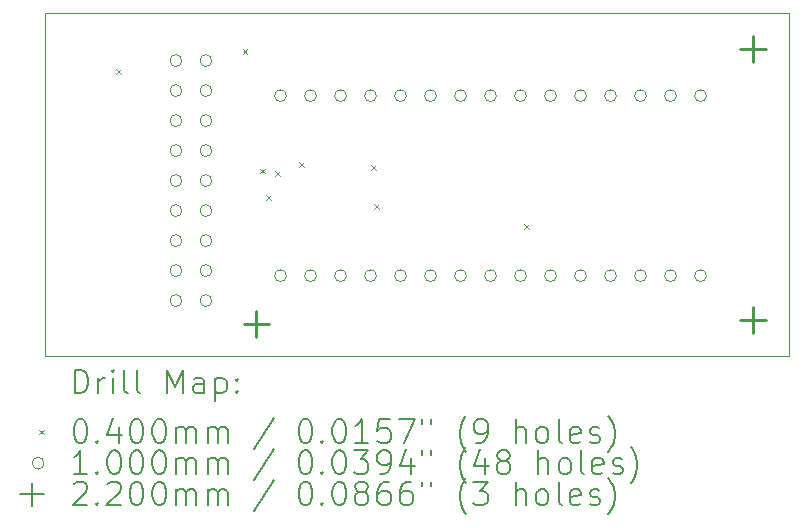
<source format=gbr>
%TF.GenerationSoftware,KiCad,Pcbnew,7.0.9*%
%TF.CreationDate,2024-01-10T14:10:15+01:00*%
%TF.ProjectId,ControlLineApp,436f6e74-726f-46c4-9c69-6e654170702e,1.0.1*%
%TF.SameCoordinates,Original*%
%TF.FileFunction,Drillmap*%
%TF.FilePolarity,Positive*%
%FSLAX45Y45*%
G04 Gerber Fmt 4.5, Leading zero omitted, Abs format (unit mm)*
G04 Created by KiCad (PCBNEW 7.0.9) date 2024-01-10 14:10:15*
%MOMM*%
%LPD*%
G01*
G04 APERTURE LIST*
%ADD10C,0.100000*%
%ADD11C,0.200000*%
%ADD12C,0.220000*%
G04 APERTURE END LIST*
D10*
X10500000Y-8600000D02*
X16800000Y-8600000D01*
X16800000Y-11500000D01*
X10500000Y-11500000D01*
X10500000Y-8600000D01*
D11*
D10*
X11105630Y-9073630D02*
X11145630Y-9113630D01*
X11145630Y-9073630D02*
X11105630Y-9113630D01*
X12176550Y-8899950D02*
X12216550Y-8939950D01*
X12216550Y-8899950D02*
X12176550Y-8939950D01*
X12322095Y-9913705D02*
X12362095Y-9953705D01*
X12362095Y-9913705D02*
X12322095Y-9953705D01*
X12375200Y-10140000D02*
X12415200Y-10180000D01*
X12415200Y-10140000D02*
X12375200Y-10180000D01*
X12449525Y-9938675D02*
X12489525Y-9978675D01*
X12489525Y-9938675D02*
X12449525Y-9978675D01*
X12654600Y-9860600D02*
X12694600Y-9900600D01*
X12694600Y-9860600D02*
X12654600Y-9900600D01*
X13264200Y-9886000D02*
X13304200Y-9926000D01*
X13304200Y-9886000D02*
X13264200Y-9926000D01*
X13289600Y-10216200D02*
X13329600Y-10256200D01*
X13329600Y-10216200D02*
X13289600Y-10256200D01*
X14559600Y-10386500D02*
X14599600Y-10426500D01*
X14599600Y-10386500D02*
X14559600Y-10426500D01*
X11661500Y-9000000D02*
G75*
G03*
X11661500Y-9000000I-50000J0D01*
G01*
X11661500Y-9254000D02*
G75*
G03*
X11661500Y-9254000I-50000J0D01*
G01*
X11661500Y-9508000D02*
G75*
G03*
X11661500Y-9508000I-50000J0D01*
G01*
X11661500Y-9762000D02*
G75*
G03*
X11661500Y-9762000I-50000J0D01*
G01*
X11661500Y-10016000D02*
G75*
G03*
X11661500Y-10016000I-50000J0D01*
G01*
X11661500Y-10270000D02*
G75*
G03*
X11661500Y-10270000I-50000J0D01*
G01*
X11661500Y-10524000D02*
G75*
G03*
X11661500Y-10524000I-50000J0D01*
G01*
X11661500Y-10778000D02*
G75*
G03*
X11661500Y-10778000I-50000J0D01*
G01*
X11661500Y-11032000D02*
G75*
G03*
X11661500Y-11032000I-50000J0D01*
G01*
X11915500Y-9000000D02*
G75*
G03*
X11915500Y-9000000I-50000J0D01*
G01*
X11915500Y-9254000D02*
G75*
G03*
X11915500Y-9254000I-50000J0D01*
G01*
X11915500Y-9508000D02*
G75*
G03*
X11915500Y-9508000I-50000J0D01*
G01*
X11915500Y-9762000D02*
G75*
G03*
X11915500Y-9762000I-50000J0D01*
G01*
X11915500Y-10016000D02*
G75*
G03*
X11915500Y-10016000I-50000J0D01*
G01*
X11915500Y-10270000D02*
G75*
G03*
X11915500Y-10270000I-50000J0D01*
G01*
X11915500Y-10524000D02*
G75*
G03*
X11915500Y-10524000I-50000J0D01*
G01*
X11915500Y-10778000D02*
G75*
G03*
X11915500Y-10778000I-50000J0D01*
G01*
X11915500Y-11032000D02*
G75*
G03*
X11915500Y-11032000I-50000J0D01*
G01*
X12546800Y-9296400D02*
G75*
G03*
X12546800Y-9296400I-50000J0D01*
G01*
X12546800Y-10820400D02*
G75*
G03*
X12546800Y-10820400I-50000J0D01*
G01*
X12800800Y-9296400D02*
G75*
G03*
X12800800Y-9296400I-50000J0D01*
G01*
X12800800Y-10820400D02*
G75*
G03*
X12800800Y-10820400I-50000J0D01*
G01*
X13054800Y-9296400D02*
G75*
G03*
X13054800Y-9296400I-50000J0D01*
G01*
X13054800Y-10820400D02*
G75*
G03*
X13054800Y-10820400I-50000J0D01*
G01*
X13308800Y-9296400D02*
G75*
G03*
X13308800Y-9296400I-50000J0D01*
G01*
X13308800Y-10820400D02*
G75*
G03*
X13308800Y-10820400I-50000J0D01*
G01*
X13562800Y-9296400D02*
G75*
G03*
X13562800Y-9296400I-50000J0D01*
G01*
X13562800Y-10820400D02*
G75*
G03*
X13562800Y-10820400I-50000J0D01*
G01*
X13816800Y-9296400D02*
G75*
G03*
X13816800Y-9296400I-50000J0D01*
G01*
X13816800Y-10820400D02*
G75*
G03*
X13816800Y-10820400I-50000J0D01*
G01*
X14070800Y-9296400D02*
G75*
G03*
X14070800Y-9296400I-50000J0D01*
G01*
X14070800Y-10820400D02*
G75*
G03*
X14070800Y-10820400I-50000J0D01*
G01*
X14324800Y-9296400D02*
G75*
G03*
X14324800Y-9296400I-50000J0D01*
G01*
X14324800Y-10820400D02*
G75*
G03*
X14324800Y-10820400I-50000J0D01*
G01*
X14578800Y-9296400D02*
G75*
G03*
X14578800Y-9296400I-50000J0D01*
G01*
X14578800Y-10820400D02*
G75*
G03*
X14578800Y-10820400I-50000J0D01*
G01*
X14832800Y-9296400D02*
G75*
G03*
X14832800Y-9296400I-50000J0D01*
G01*
X14832800Y-10820400D02*
G75*
G03*
X14832800Y-10820400I-50000J0D01*
G01*
X15086800Y-9296400D02*
G75*
G03*
X15086800Y-9296400I-50000J0D01*
G01*
X15086800Y-10820400D02*
G75*
G03*
X15086800Y-10820400I-50000J0D01*
G01*
X15340800Y-9296400D02*
G75*
G03*
X15340800Y-9296400I-50000J0D01*
G01*
X15340800Y-10820400D02*
G75*
G03*
X15340800Y-10820400I-50000J0D01*
G01*
X15594800Y-9296400D02*
G75*
G03*
X15594800Y-9296400I-50000J0D01*
G01*
X15594800Y-10820400D02*
G75*
G03*
X15594800Y-10820400I-50000J0D01*
G01*
X15848800Y-9296400D02*
G75*
G03*
X15848800Y-9296400I-50000J0D01*
G01*
X15848800Y-10820400D02*
G75*
G03*
X15848800Y-10820400I-50000J0D01*
G01*
X16102800Y-9296400D02*
G75*
G03*
X16102800Y-9296400I-50000J0D01*
G01*
X16102800Y-10820400D02*
G75*
G03*
X16102800Y-10820400I-50000J0D01*
G01*
D12*
X12293600Y-11116800D02*
X12293600Y-11336800D01*
X12183600Y-11226800D02*
X12403600Y-11226800D01*
X16500000Y-8790000D02*
X16500000Y-9010000D01*
X16390000Y-8900000D02*
X16610000Y-8900000D01*
X16500000Y-11090000D02*
X16500000Y-11310000D01*
X16390000Y-11200000D02*
X16610000Y-11200000D01*
D11*
X10755777Y-11816484D02*
X10755777Y-11616484D01*
X10755777Y-11616484D02*
X10803396Y-11616484D01*
X10803396Y-11616484D02*
X10831967Y-11626008D01*
X10831967Y-11626008D02*
X10851015Y-11645055D01*
X10851015Y-11645055D02*
X10860539Y-11664103D01*
X10860539Y-11664103D02*
X10870063Y-11702198D01*
X10870063Y-11702198D02*
X10870063Y-11730769D01*
X10870063Y-11730769D02*
X10860539Y-11768865D01*
X10860539Y-11768865D02*
X10851015Y-11787912D01*
X10851015Y-11787912D02*
X10831967Y-11806960D01*
X10831967Y-11806960D02*
X10803396Y-11816484D01*
X10803396Y-11816484D02*
X10755777Y-11816484D01*
X10955777Y-11816484D02*
X10955777Y-11683150D01*
X10955777Y-11721246D02*
X10965301Y-11702198D01*
X10965301Y-11702198D02*
X10974824Y-11692674D01*
X10974824Y-11692674D02*
X10993872Y-11683150D01*
X10993872Y-11683150D02*
X11012920Y-11683150D01*
X11079586Y-11816484D02*
X11079586Y-11683150D01*
X11079586Y-11616484D02*
X11070063Y-11626008D01*
X11070063Y-11626008D02*
X11079586Y-11635531D01*
X11079586Y-11635531D02*
X11089110Y-11626008D01*
X11089110Y-11626008D02*
X11079586Y-11616484D01*
X11079586Y-11616484D02*
X11079586Y-11635531D01*
X11203396Y-11816484D02*
X11184348Y-11806960D01*
X11184348Y-11806960D02*
X11174824Y-11787912D01*
X11174824Y-11787912D02*
X11174824Y-11616484D01*
X11308158Y-11816484D02*
X11289110Y-11806960D01*
X11289110Y-11806960D02*
X11279586Y-11787912D01*
X11279586Y-11787912D02*
X11279586Y-11616484D01*
X11536729Y-11816484D02*
X11536729Y-11616484D01*
X11536729Y-11616484D02*
X11603396Y-11759341D01*
X11603396Y-11759341D02*
X11670062Y-11616484D01*
X11670062Y-11616484D02*
X11670062Y-11816484D01*
X11851015Y-11816484D02*
X11851015Y-11711722D01*
X11851015Y-11711722D02*
X11841491Y-11692674D01*
X11841491Y-11692674D02*
X11822443Y-11683150D01*
X11822443Y-11683150D02*
X11784348Y-11683150D01*
X11784348Y-11683150D02*
X11765301Y-11692674D01*
X11851015Y-11806960D02*
X11831967Y-11816484D01*
X11831967Y-11816484D02*
X11784348Y-11816484D01*
X11784348Y-11816484D02*
X11765301Y-11806960D01*
X11765301Y-11806960D02*
X11755777Y-11787912D01*
X11755777Y-11787912D02*
X11755777Y-11768865D01*
X11755777Y-11768865D02*
X11765301Y-11749817D01*
X11765301Y-11749817D02*
X11784348Y-11740293D01*
X11784348Y-11740293D02*
X11831967Y-11740293D01*
X11831967Y-11740293D02*
X11851015Y-11730769D01*
X11946253Y-11683150D02*
X11946253Y-11883150D01*
X11946253Y-11692674D02*
X11965301Y-11683150D01*
X11965301Y-11683150D02*
X12003396Y-11683150D01*
X12003396Y-11683150D02*
X12022443Y-11692674D01*
X12022443Y-11692674D02*
X12031967Y-11702198D01*
X12031967Y-11702198D02*
X12041491Y-11721246D01*
X12041491Y-11721246D02*
X12041491Y-11778388D01*
X12041491Y-11778388D02*
X12031967Y-11797436D01*
X12031967Y-11797436D02*
X12022443Y-11806960D01*
X12022443Y-11806960D02*
X12003396Y-11816484D01*
X12003396Y-11816484D02*
X11965301Y-11816484D01*
X11965301Y-11816484D02*
X11946253Y-11806960D01*
X12127205Y-11797436D02*
X12136729Y-11806960D01*
X12136729Y-11806960D02*
X12127205Y-11816484D01*
X12127205Y-11816484D02*
X12117682Y-11806960D01*
X12117682Y-11806960D02*
X12127205Y-11797436D01*
X12127205Y-11797436D02*
X12127205Y-11816484D01*
X12127205Y-11692674D02*
X12136729Y-11702198D01*
X12136729Y-11702198D02*
X12127205Y-11711722D01*
X12127205Y-11711722D02*
X12117682Y-11702198D01*
X12117682Y-11702198D02*
X12127205Y-11692674D01*
X12127205Y-11692674D02*
X12127205Y-11711722D01*
D10*
X10455000Y-12125000D02*
X10495000Y-12165000D01*
X10495000Y-12125000D02*
X10455000Y-12165000D01*
D11*
X10793872Y-12036484D02*
X10812920Y-12036484D01*
X10812920Y-12036484D02*
X10831967Y-12046008D01*
X10831967Y-12046008D02*
X10841491Y-12055531D01*
X10841491Y-12055531D02*
X10851015Y-12074579D01*
X10851015Y-12074579D02*
X10860539Y-12112674D01*
X10860539Y-12112674D02*
X10860539Y-12160293D01*
X10860539Y-12160293D02*
X10851015Y-12198388D01*
X10851015Y-12198388D02*
X10841491Y-12217436D01*
X10841491Y-12217436D02*
X10831967Y-12226960D01*
X10831967Y-12226960D02*
X10812920Y-12236484D01*
X10812920Y-12236484D02*
X10793872Y-12236484D01*
X10793872Y-12236484D02*
X10774824Y-12226960D01*
X10774824Y-12226960D02*
X10765301Y-12217436D01*
X10765301Y-12217436D02*
X10755777Y-12198388D01*
X10755777Y-12198388D02*
X10746253Y-12160293D01*
X10746253Y-12160293D02*
X10746253Y-12112674D01*
X10746253Y-12112674D02*
X10755777Y-12074579D01*
X10755777Y-12074579D02*
X10765301Y-12055531D01*
X10765301Y-12055531D02*
X10774824Y-12046008D01*
X10774824Y-12046008D02*
X10793872Y-12036484D01*
X10946253Y-12217436D02*
X10955777Y-12226960D01*
X10955777Y-12226960D02*
X10946253Y-12236484D01*
X10946253Y-12236484D02*
X10936729Y-12226960D01*
X10936729Y-12226960D02*
X10946253Y-12217436D01*
X10946253Y-12217436D02*
X10946253Y-12236484D01*
X11127205Y-12103150D02*
X11127205Y-12236484D01*
X11079586Y-12026960D02*
X11031967Y-12169817D01*
X11031967Y-12169817D02*
X11155777Y-12169817D01*
X11270062Y-12036484D02*
X11289110Y-12036484D01*
X11289110Y-12036484D02*
X11308158Y-12046008D01*
X11308158Y-12046008D02*
X11317682Y-12055531D01*
X11317682Y-12055531D02*
X11327205Y-12074579D01*
X11327205Y-12074579D02*
X11336729Y-12112674D01*
X11336729Y-12112674D02*
X11336729Y-12160293D01*
X11336729Y-12160293D02*
X11327205Y-12198388D01*
X11327205Y-12198388D02*
X11317682Y-12217436D01*
X11317682Y-12217436D02*
X11308158Y-12226960D01*
X11308158Y-12226960D02*
X11289110Y-12236484D01*
X11289110Y-12236484D02*
X11270062Y-12236484D01*
X11270062Y-12236484D02*
X11251015Y-12226960D01*
X11251015Y-12226960D02*
X11241491Y-12217436D01*
X11241491Y-12217436D02*
X11231967Y-12198388D01*
X11231967Y-12198388D02*
X11222443Y-12160293D01*
X11222443Y-12160293D02*
X11222443Y-12112674D01*
X11222443Y-12112674D02*
X11231967Y-12074579D01*
X11231967Y-12074579D02*
X11241491Y-12055531D01*
X11241491Y-12055531D02*
X11251015Y-12046008D01*
X11251015Y-12046008D02*
X11270062Y-12036484D01*
X11460539Y-12036484D02*
X11479586Y-12036484D01*
X11479586Y-12036484D02*
X11498634Y-12046008D01*
X11498634Y-12046008D02*
X11508158Y-12055531D01*
X11508158Y-12055531D02*
X11517682Y-12074579D01*
X11517682Y-12074579D02*
X11527205Y-12112674D01*
X11527205Y-12112674D02*
X11527205Y-12160293D01*
X11527205Y-12160293D02*
X11517682Y-12198388D01*
X11517682Y-12198388D02*
X11508158Y-12217436D01*
X11508158Y-12217436D02*
X11498634Y-12226960D01*
X11498634Y-12226960D02*
X11479586Y-12236484D01*
X11479586Y-12236484D02*
X11460539Y-12236484D01*
X11460539Y-12236484D02*
X11441491Y-12226960D01*
X11441491Y-12226960D02*
X11431967Y-12217436D01*
X11431967Y-12217436D02*
X11422443Y-12198388D01*
X11422443Y-12198388D02*
X11412920Y-12160293D01*
X11412920Y-12160293D02*
X11412920Y-12112674D01*
X11412920Y-12112674D02*
X11422443Y-12074579D01*
X11422443Y-12074579D02*
X11431967Y-12055531D01*
X11431967Y-12055531D02*
X11441491Y-12046008D01*
X11441491Y-12046008D02*
X11460539Y-12036484D01*
X11612920Y-12236484D02*
X11612920Y-12103150D01*
X11612920Y-12122198D02*
X11622443Y-12112674D01*
X11622443Y-12112674D02*
X11641491Y-12103150D01*
X11641491Y-12103150D02*
X11670063Y-12103150D01*
X11670063Y-12103150D02*
X11689110Y-12112674D01*
X11689110Y-12112674D02*
X11698634Y-12131722D01*
X11698634Y-12131722D02*
X11698634Y-12236484D01*
X11698634Y-12131722D02*
X11708158Y-12112674D01*
X11708158Y-12112674D02*
X11727205Y-12103150D01*
X11727205Y-12103150D02*
X11755777Y-12103150D01*
X11755777Y-12103150D02*
X11774824Y-12112674D01*
X11774824Y-12112674D02*
X11784348Y-12131722D01*
X11784348Y-12131722D02*
X11784348Y-12236484D01*
X11879586Y-12236484D02*
X11879586Y-12103150D01*
X11879586Y-12122198D02*
X11889110Y-12112674D01*
X11889110Y-12112674D02*
X11908158Y-12103150D01*
X11908158Y-12103150D02*
X11936729Y-12103150D01*
X11936729Y-12103150D02*
X11955777Y-12112674D01*
X11955777Y-12112674D02*
X11965301Y-12131722D01*
X11965301Y-12131722D02*
X11965301Y-12236484D01*
X11965301Y-12131722D02*
X11974824Y-12112674D01*
X11974824Y-12112674D02*
X11993872Y-12103150D01*
X11993872Y-12103150D02*
X12022443Y-12103150D01*
X12022443Y-12103150D02*
X12041491Y-12112674D01*
X12041491Y-12112674D02*
X12051015Y-12131722D01*
X12051015Y-12131722D02*
X12051015Y-12236484D01*
X12441491Y-12026960D02*
X12270063Y-12284103D01*
X12698634Y-12036484D02*
X12717682Y-12036484D01*
X12717682Y-12036484D02*
X12736729Y-12046008D01*
X12736729Y-12046008D02*
X12746253Y-12055531D01*
X12746253Y-12055531D02*
X12755777Y-12074579D01*
X12755777Y-12074579D02*
X12765301Y-12112674D01*
X12765301Y-12112674D02*
X12765301Y-12160293D01*
X12765301Y-12160293D02*
X12755777Y-12198388D01*
X12755777Y-12198388D02*
X12746253Y-12217436D01*
X12746253Y-12217436D02*
X12736729Y-12226960D01*
X12736729Y-12226960D02*
X12717682Y-12236484D01*
X12717682Y-12236484D02*
X12698634Y-12236484D01*
X12698634Y-12236484D02*
X12679586Y-12226960D01*
X12679586Y-12226960D02*
X12670063Y-12217436D01*
X12670063Y-12217436D02*
X12660539Y-12198388D01*
X12660539Y-12198388D02*
X12651015Y-12160293D01*
X12651015Y-12160293D02*
X12651015Y-12112674D01*
X12651015Y-12112674D02*
X12660539Y-12074579D01*
X12660539Y-12074579D02*
X12670063Y-12055531D01*
X12670063Y-12055531D02*
X12679586Y-12046008D01*
X12679586Y-12046008D02*
X12698634Y-12036484D01*
X12851015Y-12217436D02*
X12860539Y-12226960D01*
X12860539Y-12226960D02*
X12851015Y-12236484D01*
X12851015Y-12236484D02*
X12841491Y-12226960D01*
X12841491Y-12226960D02*
X12851015Y-12217436D01*
X12851015Y-12217436D02*
X12851015Y-12236484D01*
X12984348Y-12036484D02*
X13003396Y-12036484D01*
X13003396Y-12036484D02*
X13022444Y-12046008D01*
X13022444Y-12046008D02*
X13031967Y-12055531D01*
X13031967Y-12055531D02*
X13041491Y-12074579D01*
X13041491Y-12074579D02*
X13051015Y-12112674D01*
X13051015Y-12112674D02*
X13051015Y-12160293D01*
X13051015Y-12160293D02*
X13041491Y-12198388D01*
X13041491Y-12198388D02*
X13031967Y-12217436D01*
X13031967Y-12217436D02*
X13022444Y-12226960D01*
X13022444Y-12226960D02*
X13003396Y-12236484D01*
X13003396Y-12236484D02*
X12984348Y-12236484D01*
X12984348Y-12236484D02*
X12965301Y-12226960D01*
X12965301Y-12226960D02*
X12955777Y-12217436D01*
X12955777Y-12217436D02*
X12946253Y-12198388D01*
X12946253Y-12198388D02*
X12936729Y-12160293D01*
X12936729Y-12160293D02*
X12936729Y-12112674D01*
X12936729Y-12112674D02*
X12946253Y-12074579D01*
X12946253Y-12074579D02*
X12955777Y-12055531D01*
X12955777Y-12055531D02*
X12965301Y-12046008D01*
X12965301Y-12046008D02*
X12984348Y-12036484D01*
X13241491Y-12236484D02*
X13127206Y-12236484D01*
X13184348Y-12236484D02*
X13184348Y-12036484D01*
X13184348Y-12036484D02*
X13165301Y-12065055D01*
X13165301Y-12065055D02*
X13146253Y-12084103D01*
X13146253Y-12084103D02*
X13127206Y-12093627D01*
X13422444Y-12036484D02*
X13327206Y-12036484D01*
X13327206Y-12036484D02*
X13317682Y-12131722D01*
X13317682Y-12131722D02*
X13327206Y-12122198D01*
X13327206Y-12122198D02*
X13346253Y-12112674D01*
X13346253Y-12112674D02*
X13393872Y-12112674D01*
X13393872Y-12112674D02*
X13412920Y-12122198D01*
X13412920Y-12122198D02*
X13422444Y-12131722D01*
X13422444Y-12131722D02*
X13431967Y-12150769D01*
X13431967Y-12150769D02*
X13431967Y-12198388D01*
X13431967Y-12198388D02*
X13422444Y-12217436D01*
X13422444Y-12217436D02*
X13412920Y-12226960D01*
X13412920Y-12226960D02*
X13393872Y-12236484D01*
X13393872Y-12236484D02*
X13346253Y-12236484D01*
X13346253Y-12236484D02*
X13327206Y-12226960D01*
X13327206Y-12226960D02*
X13317682Y-12217436D01*
X13498634Y-12036484D02*
X13631967Y-12036484D01*
X13631967Y-12036484D02*
X13546253Y-12236484D01*
X13698634Y-12036484D02*
X13698634Y-12074579D01*
X13774825Y-12036484D02*
X13774825Y-12074579D01*
X14070063Y-12312674D02*
X14060539Y-12303150D01*
X14060539Y-12303150D02*
X14041491Y-12274579D01*
X14041491Y-12274579D02*
X14031968Y-12255531D01*
X14031968Y-12255531D02*
X14022444Y-12226960D01*
X14022444Y-12226960D02*
X14012920Y-12179341D01*
X14012920Y-12179341D02*
X14012920Y-12141246D01*
X14012920Y-12141246D02*
X14022444Y-12093627D01*
X14022444Y-12093627D02*
X14031968Y-12065055D01*
X14031968Y-12065055D02*
X14041491Y-12046008D01*
X14041491Y-12046008D02*
X14060539Y-12017436D01*
X14060539Y-12017436D02*
X14070063Y-12007912D01*
X14155777Y-12236484D02*
X14193872Y-12236484D01*
X14193872Y-12236484D02*
X14212920Y-12226960D01*
X14212920Y-12226960D02*
X14222444Y-12217436D01*
X14222444Y-12217436D02*
X14241491Y-12188865D01*
X14241491Y-12188865D02*
X14251015Y-12150769D01*
X14251015Y-12150769D02*
X14251015Y-12074579D01*
X14251015Y-12074579D02*
X14241491Y-12055531D01*
X14241491Y-12055531D02*
X14231968Y-12046008D01*
X14231968Y-12046008D02*
X14212920Y-12036484D01*
X14212920Y-12036484D02*
X14174825Y-12036484D01*
X14174825Y-12036484D02*
X14155777Y-12046008D01*
X14155777Y-12046008D02*
X14146253Y-12055531D01*
X14146253Y-12055531D02*
X14136729Y-12074579D01*
X14136729Y-12074579D02*
X14136729Y-12122198D01*
X14136729Y-12122198D02*
X14146253Y-12141246D01*
X14146253Y-12141246D02*
X14155777Y-12150769D01*
X14155777Y-12150769D02*
X14174825Y-12160293D01*
X14174825Y-12160293D02*
X14212920Y-12160293D01*
X14212920Y-12160293D02*
X14231968Y-12150769D01*
X14231968Y-12150769D02*
X14241491Y-12141246D01*
X14241491Y-12141246D02*
X14251015Y-12122198D01*
X14489110Y-12236484D02*
X14489110Y-12036484D01*
X14574825Y-12236484D02*
X14574825Y-12131722D01*
X14574825Y-12131722D02*
X14565301Y-12112674D01*
X14565301Y-12112674D02*
X14546253Y-12103150D01*
X14546253Y-12103150D02*
X14517682Y-12103150D01*
X14517682Y-12103150D02*
X14498634Y-12112674D01*
X14498634Y-12112674D02*
X14489110Y-12122198D01*
X14698634Y-12236484D02*
X14679587Y-12226960D01*
X14679587Y-12226960D02*
X14670063Y-12217436D01*
X14670063Y-12217436D02*
X14660539Y-12198388D01*
X14660539Y-12198388D02*
X14660539Y-12141246D01*
X14660539Y-12141246D02*
X14670063Y-12122198D01*
X14670063Y-12122198D02*
X14679587Y-12112674D01*
X14679587Y-12112674D02*
X14698634Y-12103150D01*
X14698634Y-12103150D02*
X14727206Y-12103150D01*
X14727206Y-12103150D02*
X14746253Y-12112674D01*
X14746253Y-12112674D02*
X14755777Y-12122198D01*
X14755777Y-12122198D02*
X14765301Y-12141246D01*
X14765301Y-12141246D02*
X14765301Y-12198388D01*
X14765301Y-12198388D02*
X14755777Y-12217436D01*
X14755777Y-12217436D02*
X14746253Y-12226960D01*
X14746253Y-12226960D02*
X14727206Y-12236484D01*
X14727206Y-12236484D02*
X14698634Y-12236484D01*
X14879587Y-12236484D02*
X14860539Y-12226960D01*
X14860539Y-12226960D02*
X14851015Y-12207912D01*
X14851015Y-12207912D02*
X14851015Y-12036484D01*
X15031968Y-12226960D02*
X15012920Y-12236484D01*
X15012920Y-12236484D02*
X14974825Y-12236484D01*
X14974825Y-12236484D02*
X14955777Y-12226960D01*
X14955777Y-12226960D02*
X14946253Y-12207912D01*
X14946253Y-12207912D02*
X14946253Y-12131722D01*
X14946253Y-12131722D02*
X14955777Y-12112674D01*
X14955777Y-12112674D02*
X14974825Y-12103150D01*
X14974825Y-12103150D02*
X15012920Y-12103150D01*
X15012920Y-12103150D02*
X15031968Y-12112674D01*
X15031968Y-12112674D02*
X15041491Y-12131722D01*
X15041491Y-12131722D02*
X15041491Y-12150769D01*
X15041491Y-12150769D02*
X14946253Y-12169817D01*
X15117682Y-12226960D02*
X15136730Y-12236484D01*
X15136730Y-12236484D02*
X15174825Y-12236484D01*
X15174825Y-12236484D02*
X15193872Y-12226960D01*
X15193872Y-12226960D02*
X15203396Y-12207912D01*
X15203396Y-12207912D02*
X15203396Y-12198388D01*
X15203396Y-12198388D02*
X15193872Y-12179341D01*
X15193872Y-12179341D02*
X15174825Y-12169817D01*
X15174825Y-12169817D02*
X15146253Y-12169817D01*
X15146253Y-12169817D02*
X15127206Y-12160293D01*
X15127206Y-12160293D02*
X15117682Y-12141246D01*
X15117682Y-12141246D02*
X15117682Y-12131722D01*
X15117682Y-12131722D02*
X15127206Y-12112674D01*
X15127206Y-12112674D02*
X15146253Y-12103150D01*
X15146253Y-12103150D02*
X15174825Y-12103150D01*
X15174825Y-12103150D02*
X15193872Y-12112674D01*
X15270063Y-12312674D02*
X15279587Y-12303150D01*
X15279587Y-12303150D02*
X15298634Y-12274579D01*
X15298634Y-12274579D02*
X15308158Y-12255531D01*
X15308158Y-12255531D02*
X15317682Y-12226960D01*
X15317682Y-12226960D02*
X15327206Y-12179341D01*
X15327206Y-12179341D02*
X15327206Y-12141246D01*
X15327206Y-12141246D02*
X15317682Y-12093627D01*
X15317682Y-12093627D02*
X15308158Y-12065055D01*
X15308158Y-12065055D02*
X15298634Y-12046008D01*
X15298634Y-12046008D02*
X15279587Y-12017436D01*
X15279587Y-12017436D02*
X15270063Y-12007912D01*
D10*
X10495000Y-12409000D02*
G75*
G03*
X10495000Y-12409000I-50000J0D01*
G01*
D11*
X10860539Y-12500484D02*
X10746253Y-12500484D01*
X10803396Y-12500484D02*
X10803396Y-12300484D01*
X10803396Y-12300484D02*
X10784348Y-12329055D01*
X10784348Y-12329055D02*
X10765301Y-12348103D01*
X10765301Y-12348103D02*
X10746253Y-12357627D01*
X10946253Y-12481436D02*
X10955777Y-12490960D01*
X10955777Y-12490960D02*
X10946253Y-12500484D01*
X10946253Y-12500484D02*
X10936729Y-12490960D01*
X10936729Y-12490960D02*
X10946253Y-12481436D01*
X10946253Y-12481436D02*
X10946253Y-12500484D01*
X11079586Y-12300484D02*
X11098634Y-12300484D01*
X11098634Y-12300484D02*
X11117682Y-12310008D01*
X11117682Y-12310008D02*
X11127205Y-12319531D01*
X11127205Y-12319531D02*
X11136729Y-12338579D01*
X11136729Y-12338579D02*
X11146253Y-12376674D01*
X11146253Y-12376674D02*
X11146253Y-12424293D01*
X11146253Y-12424293D02*
X11136729Y-12462388D01*
X11136729Y-12462388D02*
X11127205Y-12481436D01*
X11127205Y-12481436D02*
X11117682Y-12490960D01*
X11117682Y-12490960D02*
X11098634Y-12500484D01*
X11098634Y-12500484D02*
X11079586Y-12500484D01*
X11079586Y-12500484D02*
X11060539Y-12490960D01*
X11060539Y-12490960D02*
X11051015Y-12481436D01*
X11051015Y-12481436D02*
X11041491Y-12462388D01*
X11041491Y-12462388D02*
X11031967Y-12424293D01*
X11031967Y-12424293D02*
X11031967Y-12376674D01*
X11031967Y-12376674D02*
X11041491Y-12338579D01*
X11041491Y-12338579D02*
X11051015Y-12319531D01*
X11051015Y-12319531D02*
X11060539Y-12310008D01*
X11060539Y-12310008D02*
X11079586Y-12300484D01*
X11270062Y-12300484D02*
X11289110Y-12300484D01*
X11289110Y-12300484D02*
X11308158Y-12310008D01*
X11308158Y-12310008D02*
X11317682Y-12319531D01*
X11317682Y-12319531D02*
X11327205Y-12338579D01*
X11327205Y-12338579D02*
X11336729Y-12376674D01*
X11336729Y-12376674D02*
X11336729Y-12424293D01*
X11336729Y-12424293D02*
X11327205Y-12462388D01*
X11327205Y-12462388D02*
X11317682Y-12481436D01*
X11317682Y-12481436D02*
X11308158Y-12490960D01*
X11308158Y-12490960D02*
X11289110Y-12500484D01*
X11289110Y-12500484D02*
X11270062Y-12500484D01*
X11270062Y-12500484D02*
X11251015Y-12490960D01*
X11251015Y-12490960D02*
X11241491Y-12481436D01*
X11241491Y-12481436D02*
X11231967Y-12462388D01*
X11231967Y-12462388D02*
X11222443Y-12424293D01*
X11222443Y-12424293D02*
X11222443Y-12376674D01*
X11222443Y-12376674D02*
X11231967Y-12338579D01*
X11231967Y-12338579D02*
X11241491Y-12319531D01*
X11241491Y-12319531D02*
X11251015Y-12310008D01*
X11251015Y-12310008D02*
X11270062Y-12300484D01*
X11460539Y-12300484D02*
X11479586Y-12300484D01*
X11479586Y-12300484D02*
X11498634Y-12310008D01*
X11498634Y-12310008D02*
X11508158Y-12319531D01*
X11508158Y-12319531D02*
X11517682Y-12338579D01*
X11517682Y-12338579D02*
X11527205Y-12376674D01*
X11527205Y-12376674D02*
X11527205Y-12424293D01*
X11527205Y-12424293D02*
X11517682Y-12462388D01*
X11517682Y-12462388D02*
X11508158Y-12481436D01*
X11508158Y-12481436D02*
X11498634Y-12490960D01*
X11498634Y-12490960D02*
X11479586Y-12500484D01*
X11479586Y-12500484D02*
X11460539Y-12500484D01*
X11460539Y-12500484D02*
X11441491Y-12490960D01*
X11441491Y-12490960D02*
X11431967Y-12481436D01*
X11431967Y-12481436D02*
X11422443Y-12462388D01*
X11422443Y-12462388D02*
X11412920Y-12424293D01*
X11412920Y-12424293D02*
X11412920Y-12376674D01*
X11412920Y-12376674D02*
X11422443Y-12338579D01*
X11422443Y-12338579D02*
X11431967Y-12319531D01*
X11431967Y-12319531D02*
X11441491Y-12310008D01*
X11441491Y-12310008D02*
X11460539Y-12300484D01*
X11612920Y-12500484D02*
X11612920Y-12367150D01*
X11612920Y-12386198D02*
X11622443Y-12376674D01*
X11622443Y-12376674D02*
X11641491Y-12367150D01*
X11641491Y-12367150D02*
X11670063Y-12367150D01*
X11670063Y-12367150D02*
X11689110Y-12376674D01*
X11689110Y-12376674D02*
X11698634Y-12395722D01*
X11698634Y-12395722D02*
X11698634Y-12500484D01*
X11698634Y-12395722D02*
X11708158Y-12376674D01*
X11708158Y-12376674D02*
X11727205Y-12367150D01*
X11727205Y-12367150D02*
X11755777Y-12367150D01*
X11755777Y-12367150D02*
X11774824Y-12376674D01*
X11774824Y-12376674D02*
X11784348Y-12395722D01*
X11784348Y-12395722D02*
X11784348Y-12500484D01*
X11879586Y-12500484D02*
X11879586Y-12367150D01*
X11879586Y-12386198D02*
X11889110Y-12376674D01*
X11889110Y-12376674D02*
X11908158Y-12367150D01*
X11908158Y-12367150D02*
X11936729Y-12367150D01*
X11936729Y-12367150D02*
X11955777Y-12376674D01*
X11955777Y-12376674D02*
X11965301Y-12395722D01*
X11965301Y-12395722D02*
X11965301Y-12500484D01*
X11965301Y-12395722D02*
X11974824Y-12376674D01*
X11974824Y-12376674D02*
X11993872Y-12367150D01*
X11993872Y-12367150D02*
X12022443Y-12367150D01*
X12022443Y-12367150D02*
X12041491Y-12376674D01*
X12041491Y-12376674D02*
X12051015Y-12395722D01*
X12051015Y-12395722D02*
X12051015Y-12500484D01*
X12441491Y-12290960D02*
X12270063Y-12548103D01*
X12698634Y-12300484D02*
X12717682Y-12300484D01*
X12717682Y-12300484D02*
X12736729Y-12310008D01*
X12736729Y-12310008D02*
X12746253Y-12319531D01*
X12746253Y-12319531D02*
X12755777Y-12338579D01*
X12755777Y-12338579D02*
X12765301Y-12376674D01*
X12765301Y-12376674D02*
X12765301Y-12424293D01*
X12765301Y-12424293D02*
X12755777Y-12462388D01*
X12755777Y-12462388D02*
X12746253Y-12481436D01*
X12746253Y-12481436D02*
X12736729Y-12490960D01*
X12736729Y-12490960D02*
X12717682Y-12500484D01*
X12717682Y-12500484D02*
X12698634Y-12500484D01*
X12698634Y-12500484D02*
X12679586Y-12490960D01*
X12679586Y-12490960D02*
X12670063Y-12481436D01*
X12670063Y-12481436D02*
X12660539Y-12462388D01*
X12660539Y-12462388D02*
X12651015Y-12424293D01*
X12651015Y-12424293D02*
X12651015Y-12376674D01*
X12651015Y-12376674D02*
X12660539Y-12338579D01*
X12660539Y-12338579D02*
X12670063Y-12319531D01*
X12670063Y-12319531D02*
X12679586Y-12310008D01*
X12679586Y-12310008D02*
X12698634Y-12300484D01*
X12851015Y-12481436D02*
X12860539Y-12490960D01*
X12860539Y-12490960D02*
X12851015Y-12500484D01*
X12851015Y-12500484D02*
X12841491Y-12490960D01*
X12841491Y-12490960D02*
X12851015Y-12481436D01*
X12851015Y-12481436D02*
X12851015Y-12500484D01*
X12984348Y-12300484D02*
X13003396Y-12300484D01*
X13003396Y-12300484D02*
X13022444Y-12310008D01*
X13022444Y-12310008D02*
X13031967Y-12319531D01*
X13031967Y-12319531D02*
X13041491Y-12338579D01*
X13041491Y-12338579D02*
X13051015Y-12376674D01*
X13051015Y-12376674D02*
X13051015Y-12424293D01*
X13051015Y-12424293D02*
X13041491Y-12462388D01*
X13041491Y-12462388D02*
X13031967Y-12481436D01*
X13031967Y-12481436D02*
X13022444Y-12490960D01*
X13022444Y-12490960D02*
X13003396Y-12500484D01*
X13003396Y-12500484D02*
X12984348Y-12500484D01*
X12984348Y-12500484D02*
X12965301Y-12490960D01*
X12965301Y-12490960D02*
X12955777Y-12481436D01*
X12955777Y-12481436D02*
X12946253Y-12462388D01*
X12946253Y-12462388D02*
X12936729Y-12424293D01*
X12936729Y-12424293D02*
X12936729Y-12376674D01*
X12936729Y-12376674D02*
X12946253Y-12338579D01*
X12946253Y-12338579D02*
X12955777Y-12319531D01*
X12955777Y-12319531D02*
X12965301Y-12310008D01*
X12965301Y-12310008D02*
X12984348Y-12300484D01*
X13117682Y-12300484D02*
X13241491Y-12300484D01*
X13241491Y-12300484D02*
X13174825Y-12376674D01*
X13174825Y-12376674D02*
X13203396Y-12376674D01*
X13203396Y-12376674D02*
X13222444Y-12386198D01*
X13222444Y-12386198D02*
X13231967Y-12395722D01*
X13231967Y-12395722D02*
X13241491Y-12414769D01*
X13241491Y-12414769D02*
X13241491Y-12462388D01*
X13241491Y-12462388D02*
X13231967Y-12481436D01*
X13231967Y-12481436D02*
X13222444Y-12490960D01*
X13222444Y-12490960D02*
X13203396Y-12500484D01*
X13203396Y-12500484D02*
X13146253Y-12500484D01*
X13146253Y-12500484D02*
X13127206Y-12490960D01*
X13127206Y-12490960D02*
X13117682Y-12481436D01*
X13336729Y-12500484D02*
X13374825Y-12500484D01*
X13374825Y-12500484D02*
X13393872Y-12490960D01*
X13393872Y-12490960D02*
X13403396Y-12481436D01*
X13403396Y-12481436D02*
X13422444Y-12452865D01*
X13422444Y-12452865D02*
X13431967Y-12414769D01*
X13431967Y-12414769D02*
X13431967Y-12338579D01*
X13431967Y-12338579D02*
X13422444Y-12319531D01*
X13422444Y-12319531D02*
X13412920Y-12310008D01*
X13412920Y-12310008D02*
X13393872Y-12300484D01*
X13393872Y-12300484D02*
X13355777Y-12300484D01*
X13355777Y-12300484D02*
X13336729Y-12310008D01*
X13336729Y-12310008D02*
X13327206Y-12319531D01*
X13327206Y-12319531D02*
X13317682Y-12338579D01*
X13317682Y-12338579D02*
X13317682Y-12386198D01*
X13317682Y-12386198D02*
X13327206Y-12405246D01*
X13327206Y-12405246D02*
X13336729Y-12414769D01*
X13336729Y-12414769D02*
X13355777Y-12424293D01*
X13355777Y-12424293D02*
X13393872Y-12424293D01*
X13393872Y-12424293D02*
X13412920Y-12414769D01*
X13412920Y-12414769D02*
X13422444Y-12405246D01*
X13422444Y-12405246D02*
X13431967Y-12386198D01*
X13603396Y-12367150D02*
X13603396Y-12500484D01*
X13555777Y-12290960D02*
X13508158Y-12433817D01*
X13508158Y-12433817D02*
X13631967Y-12433817D01*
X13698634Y-12300484D02*
X13698634Y-12338579D01*
X13774825Y-12300484D02*
X13774825Y-12338579D01*
X14070063Y-12576674D02*
X14060539Y-12567150D01*
X14060539Y-12567150D02*
X14041491Y-12538579D01*
X14041491Y-12538579D02*
X14031968Y-12519531D01*
X14031968Y-12519531D02*
X14022444Y-12490960D01*
X14022444Y-12490960D02*
X14012920Y-12443341D01*
X14012920Y-12443341D02*
X14012920Y-12405246D01*
X14012920Y-12405246D02*
X14022444Y-12357627D01*
X14022444Y-12357627D02*
X14031968Y-12329055D01*
X14031968Y-12329055D02*
X14041491Y-12310008D01*
X14041491Y-12310008D02*
X14060539Y-12281436D01*
X14060539Y-12281436D02*
X14070063Y-12271912D01*
X14231968Y-12367150D02*
X14231968Y-12500484D01*
X14184348Y-12290960D02*
X14136729Y-12433817D01*
X14136729Y-12433817D02*
X14260539Y-12433817D01*
X14365301Y-12386198D02*
X14346253Y-12376674D01*
X14346253Y-12376674D02*
X14336729Y-12367150D01*
X14336729Y-12367150D02*
X14327206Y-12348103D01*
X14327206Y-12348103D02*
X14327206Y-12338579D01*
X14327206Y-12338579D02*
X14336729Y-12319531D01*
X14336729Y-12319531D02*
X14346253Y-12310008D01*
X14346253Y-12310008D02*
X14365301Y-12300484D01*
X14365301Y-12300484D02*
X14403396Y-12300484D01*
X14403396Y-12300484D02*
X14422444Y-12310008D01*
X14422444Y-12310008D02*
X14431968Y-12319531D01*
X14431968Y-12319531D02*
X14441491Y-12338579D01*
X14441491Y-12338579D02*
X14441491Y-12348103D01*
X14441491Y-12348103D02*
X14431968Y-12367150D01*
X14431968Y-12367150D02*
X14422444Y-12376674D01*
X14422444Y-12376674D02*
X14403396Y-12386198D01*
X14403396Y-12386198D02*
X14365301Y-12386198D01*
X14365301Y-12386198D02*
X14346253Y-12395722D01*
X14346253Y-12395722D02*
X14336729Y-12405246D01*
X14336729Y-12405246D02*
X14327206Y-12424293D01*
X14327206Y-12424293D02*
X14327206Y-12462388D01*
X14327206Y-12462388D02*
X14336729Y-12481436D01*
X14336729Y-12481436D02*
X14346253Y-12490960D01*
X14346253Y-12490960D02*
X14365301Y-12500484D01*
X14365301Y-12500484D02*
X14403396Y-12500484D01*
X14403396Y-12500484D02*
X14422444Y-12490960D01*
X14422444Y-12490960D02*
X14431968Y-12481436D01*
X14431968Y-12481436D02*
X14441491Y-12462388D01*
X14441491Y-12462388D02*
X14441491Y-12424293D01*
X14441491Y-12424293D02*
X14431968Y-12405246D01*
X14431968Y-12405246D02*
X14422444Y-12395722D01*
X14422444Y-12395722D02*
X14403396Y-12386198D01*
X14679587Y-12500484D02*
X14679587Y-12300484D01*
X14765301Y-12500484D02*
X14765301Y-12395722D01*
X14765301Y-12395722D02*
X14755777Y-12376674D01*
X14755777Y-12376674D02*
X14736730Y-12367150D01*
X14736730Y-12367150D02*
X14708158Y-12367150D01*
X14708158Y-12367150D02*
X14689110Y-12376674D01*
X14689110Y-12376674D02*
X14679587Y-12386198D01*
X14889110Y-12500484D02*
X14870063Y-12490960D01*
X14870063Y-12490960D02*
X14860539Y-12481436D01*
X14860539Y-12481436D02*
X14851015Y-12462388D01*
X14851015Y-12462388D02*
X14851015Y-12405246D01*
X14851015Y-12405246D02*
X14860539Y-12386198D01*
X14860539Y-12386198D02*
X14870063Y-12376674D01*
X14870063Y-12376674D02*
X14889110Y-12367150D01*
X14889110Y-12367150D02*
X14917682Y-12367150D01*
X14917682Y-12367150D02*
X14936730Y-12376674D01*
X14936730Y-12376674D02*
X14946253Y-12386198D01*
X14946253Y-12386198D02*
X14955777Y-12405246D01*
X14955777Y-12405246D02*
X14955777Y-12462388D01*
X14955777Y-12462388D02*
X14946253Y-12481436D01*
X14946253Y-12481436D02*
X14936730Y-12490960D01*
X14936730Y-12490960D02*
X14917682Y-12500484D01*
X14917682Y-12500484D02*
X14889110Y-12500484D01*
X15070063Y-12500484D02*
X15051015Y-12490960D01*
X15051015Y-12490960D02*
X15041491Y-12471912D01*
X15041491Y-12471912D02*
X15041491Y-12300484D01*
X15222444Y-12490960D02*
X15203396Y-12500484D01*
X15203396Y-12500484D02*
X15165301Y-12500484D01*
X15165301Y-12500484D02*
X15146253Y-12490960D01*
X15146253Y-12490960D02*
X15136730Y-12471912D01*
X15136730Y-12471912D02*
X15136730Y-12395722D01*
X15136730Y-12395722D02*
X15146253Y-12376674D01*
X15146253Y-12376674D02*
X15165301Y-12367150D01*
X15165301Y-12367150D02*
X15203396Y-12367150D01*
X15203396Y-12367150D02*
X15222444Y-12376674D01*
X15222444Y-12376674D02*
X15231968Y-12395722D01*
X15231968Y-12395722D02*
X15231968Y-12414769D01*
X15231968Y-12414769D02*
X15136730Y-12433817D01*
X15308158Y-12490960D02*
X15327206Y-12500484D01*
X15327206Y-12500484D02*
X15365301Y-12500484D01*
X15365301Y-12500484D02*
X15384349Y-12490960D01*
X15384349Y-12490960D02*
X15393872Y-12471912D01*
X15393872Y-12471912D02*
X15393872Y-12462388D01*
X15393872Y-12462388D02*
X15384349Y-12443341D01*
X15384349Y-12443341D02*
X15365301Y-12433817D01*
X15365301Y-12433817D02*
X15336730Y-12433817D01*
X15336730Y-12433817D02*
X15317682Y-12424293D01*
X15317682Y-12424293D02*
X15308158Y-12405246D01*
X15308158Y-12405246D02*
X15308158Y-12395722D01*
X15308158Y-12395722D02*
X15317682Y-12376674D01*
X15317682Y-12376674D02*
X15336730Y-12367150D01*
X15336730Y-12367150D02*
X15365301Y-12367150D01*
X15365301Y-12367150D02*
X15384349Y-12376674D01*
X15460539Y-12576674D02*
X15470063Y-12567150D01*
X15470063Y-12567150D02*
X15489111Y-12538579D01*
X15489111Y-12538579D02*
X15498634Y-12519531D01*
X15498634Y-12519531D02*
X15508158Y-12490960D01*
X15508158Y-12490960D02*
X15517682Y-12443341D01*
X15517682Y-12443341D02*
X15517682Y-12405246D01*
X15517682Y-12405246D02*
X15508158Y-12357627D01*
X15508158Y-12357627D02*
X15498634Y-12329055D01*
X15498634Y-12329055D02*
X15489111Y-12310008D01*
X15489111Y-12310008D02*
X15470063Y-12281436D01*
X15470063Y-12281436D02*
X15460539Y-12271912D01*
X10395000Y-12573000D02*
X10395000Y-12773000D01*
X10295000Y-12673000D02*
X10495000Y-12673000D01*
X10746253Y-12583531D02*
X10755777Y-12574008D01*
X10755777Y-12574008D02*
X10774824Y-12564484D01*
X10774824Y-12564484D02*
X10822444Y-12564484D01*
X10822444Y-12564484D02*
X10841491Y-12574008D01*
X10841491Y-12574008D02*
X10851015Y-12583531D01*
X10851015Y-12583531D02*
X10860539Y-12602579D01*
X10860539Y-12602579D02*
X10860539Y-12621627D01*
X10860539Y-12621627D02*
X10851015Y-12650198D01*
X10851015Y-12650198D02*
X10736729Y-12764484D01*
X10736729Y-12764484D02*
X10860539Y-12764484D01*
X10946253Y-12745436D02*
X10955777Y-12754960D01*
X10955777Y-12754960D02*
X10946253Y-12764484D01*
X10946253Y-12764484D02*
X10936729Y-12754960D01*
X10936729Y-12754960D02*
X10946253Y-12745436D01*
X10946253Y-12745436D02*
X10946253Y-12764484D01*
X11031967Y-12583531D02*
X11041491Y-12574008D01*
X11041491Y-12574008D02*
X11060539Y-12564484D01*
X11060539Y-12564484D02*
X11108158Y-12564484D01*
X11108158Y-12564484D02*
X11127205Y-12574008D01*
X11127205Y-12574008D02*
X11136729Y-12583531D01*
X11136729Y-12583531D02*
X11146253Y-12602579D01*
X11146253Y-12602579D02*
X11146253Y-12621627D01*
X11146253Y-12621627D02*
X11136729Y-12650198D01*
X11136729Y-12650198D02*
X11022444Y-12764484D01*
X11022444Y-12764484D02*
X11146253Y-12764484D01*
X11270062Y-12564484D02*
X11289110Y-12564484D01*
X11289110Y-12564484D02*
X11308158Y-12574008D01*
X11308158Y-12574008D02*
X11317682Y-12583531D01*
X11317682Y-12583531D02*
X11327205Y-12602579D01*
X11327205Y-12602579D02*
X11336729Y-12640674D01*
X11336729Y-12640674D02*
X11336729Y-12688293D01*
X11336729Y-12688293D02*
X11327205Y-12726388D01*
X11327205Y-12726388D02*
X11317682Y-12745436D01*
X11317682Y-12745436D02*
X11308158Y-12754960D01*
X11308158Y-12754960D02*
X11289110Y-12764484D01*
X11289110Y-12764484D02*
X11270062Y-12764484D01*
X11270062Y-12764484D02*
X11251015Y-12754960D01*
X11251015Y-12754960D02*
X11241491Y-12745436D01*
X11241491Y-12745436D02*
X11231967Y-12726388D01*
X11231967Y-12726388D02*
X11222443Y-12688293D01*
X11222443Y-12688293D02*
X11222443Y-12640674D01*
X11222443Y-12640674D02*
X11231967Y-12602579D01*
X11231967Y-12602579D02*
X11241491Y-12583531D01*
X11241491Y-12583531D02*
X11251015Y-12574008D01*
X11251015Y-12574008D02*
X11270062Y-12564484D01*
X11460539Y-12564484D02*
X11479586Y-12564484D01*
X11479586Y-12564484D02*
X11498634Y-12574008D01*
X11498634Y-12574008D02*
X11508158Y-12583531D01*
X11508158Y-12583531D02*
X11517682Y-12602579D01*
X11517682Y-12602579D02*
X11527205Y-12640674D01*
X11527205Y-12640674D02*
X11527205Y-12688293D01*
X11527205Y-12688293D02*
X11517682Y-12726388D01*
X11517682Y-12726388D02*
X11508158Y-12745436D01*
X11508158Y-12745436D02*
X11498634Y-12754960D01*
X11498634Y-12754960D02*
X11479586Y-12764484D01*
X11479586Y-12764484D02*
X11460539Y-12764484D01*
X11460539Y-12764484D02*
X11441491Y-12754960D01*
X11441491Y-12754960D02*
X11431967Y-12745436D01*
X11431967Y-12745436D02*
X11422443Y-12726388D01*
X11422443Y-12726388D02*
X11412920Y-12688293D01*
X11412920Y-12688293D02*
X11412920Y-12640674D01*
X11412920Y-12640674D02*
X11422443Y-12602579D01*
X11422443Y-12602579D02*
X11431967Y-12583531D01*
X11431967Y-12583531D02*
X11441491Y-12574008D01*
X11441491Y-12574008D02*
X11460539Y-12564484D01*
X11612920Y-12764484D02*
X11612920Y-12631150D01*
X11612920Y-12650198D02*
X11622443Y-12640674D01*
X11622443Y-12640674D02*
X11641491Y-12631150D01*
X11641491Y-12631150D02*
X11670063Y-12631150D01*
X11670063Y-12631150D02*
X11689110Y-12640674D01*
X11689110Y-12640674D02*
X11698634Y-12659722D01*
X11698634Y-12659722D02*
X11698634Y-12764484D01*
X11698634Y-12659722D02*
X11708158Y-12640674D01*
X11708158Y-12640674D02*
X11727205Y-12631150D01*
X11727205Y-12631150D02*
X11755777Y-12631150D01*
X11755777Y-12631150D02*
X11774824Y-12640674D01*
X11774824Y-12640674D02*
X11784348Y-12659722D01*
X11784348Y-12659722D02*
X11784348Y-12764484D01*
X11879586Y-12764484D02*
X11879586Y-12631150D01*
X11879586Y-12650198D02*
X11889110Y-12640674D01*
X11889110Y-12640674D02*
X11908158Y-12631150D01*
X11908158Y-12631150D02*
X11936729Y-12631150D01*
X11936729Y-12631150D02*
X11955777Y-12640674D01*
X11955777Y-12640674D02*
X11965301Y-12659722D01*
X11965301Y-12659722D02*
X11965301Y-12764484D01*
X11965301Y-12659722D02*
X11974824Y-12640674D01*
X11974824Y-12640674D02*
X11993872Y-12631150D01*
X11993872Y-12631150D02*
X12022443Y-12631150D01*
X12022443Y-12631150D02*
X12041491Y-12640674D01*
X12041491Y-12640674D02*
X12051015Y-12659722D01*
X12051015Y-12659722D02*
X12051015Y-12764484D01*
X12441491Y-12554960D02*
X12270063Y-12812103D01*
X12698634Y-12564484D02*
X12717682Y-12564484D01*
X12717682Y-12564484D02*
X12736729Y-12574008D01*
X12736729Y-12574008D02*
X12746253Y-12583531D01*
X12746253Y-12583531D02*
X12755777Y-12602579D01*
X12755777Y-12602579D02*
X12765301Y-12640674D01*
X12765301Y-12640674D02*
X12765301Y-12688293D01*
X12765301Y-12688293D02*
X12755777Y-12726388D01*
X12755777Y-12726388D02*
X12746253Y-12745436D01*
X12746253Y-12745436D02*
X12736729Y-12754960D01*
X12736729Y-12754960D02*
X12717682Y-12764484D01*
X12717682Y-12764484D02*
X12698634Y-12764484D01*
X12698634Y-12764484D02*
X12679586Y-12754960D01*
X12679586Y-12754960D02*
X12670063Y-12745436D01*
X12670063Y-12745436D02*
X12660539Y-12726388D01*
X12660539Y-12726388D02*
X12651015Y-12688293D01*
X12651015Y-12688293D02*
X12651015Y-12640674D01*
X12651015Y-12640674D02*
X12660539Y-12602579D01*
X12660539Y-12602579D02*
X12670063Y-12583531D01*
X12670063Y-12583531D02*
X12679586Y-12574008D01*
X12679586Y-12574008D02*
X12698634Y-12564484D01*
X12851015Y-12745436D02*
X12860539Y-12754960D01*
X12860539Y-12754960D02*
X12851015Y-12764484D01*
X12851015Y-12764484D02*
X12841491Y-12754960D01*
X12841491Y-12754960D02*
X12851015Y-12745436D01*
X12851015Y-12745436D02*
X12851015Y-12764484D01*
X12984348Y-12564484D02*
X13003396Y-12564484D01*
X13003396Y-12564484D02*
X13022444Y-12574008D01*
X13022444Y-12574008D02*
X13031967Y-12583531D01*
X13031967Y-12583531D02*
X13041491Y-12602579D01*
X13041491Y-12602579D02*
X13051015Y-12640674D01*
X13051015Y-12640674D02*
X13051015Y-12688293D01*
X13051015Y-12688293D02*
X13041491Y-12726388D01*
X13041491Y-12726388D02*
X13031967Y-12745436D01*
X13031967Y-12745436D02*
X13022444Y-12754960D01*
X13022444Y-12754960D02*
X13003396Y-12764484D01*
X13003396Y-12764484D02*
X12984348Y-12764484D01*
X12984348Y-12764484D02*
X12965301Y-12754960D01*
X12965301Y-12754960D02*
X12955777Y-12745436D01*
X12955777Y-12745436D02*
X12946253Y-12726388D01*
X12946253Y-12726388D02*
X12936729Y-12688293D01*
X12936729Y-12688293D02*
X12936729Y-12640674D01*
X12936729Y-12640674D02*
X12946253Y-12602579D01*
X12946253Y-12602579D02*
X12955777Y-12583531D01*
X12955777Y-12583531D02*
X12965301Y-12574008D01*
X12965301Y-12574008D02*
X12984348Y-12564484D01*
X13165301Y-12650198D02*
X13146253Y-12640674D01*
X13146253Y-12640674D02*
X13136729Y-12631150D01*
X13136729Y-12631150D02*
X13127206Y-12612103D01*
X13127206Y-12612103D02*
X13127206Y-12602579D01*
X13127206Y-12602579D02*
X13136729Y-12583531D01*
X13136729Y-12583531D02*
X13146253Y-12574008D01*
X13146253Y-12574008D02*
X13165301Y-12564484D01*
X13165301Y-12564484D02*
X13203396Y-12564484D01*
X13203396Y-12564484D02*
X13222444Y-12574008D01*
X13222444Y-12574008D02*
X13231967Y-12583531D01*
X13231967Y-12583531D02*
X13241491Y-12602579D01*
X13241491Y-12602579D02*
X13241491Y-12612103D01*
X13241491Y-12612103D02*
X13231967Y-12631150D01*
X13231967Y-12631150D02*
X13222444Y-12640674D01*
X13222444Y-12640674D02*
X13203396Y-12650198D01*
X13203396Y-12650198D02*
X13165301Y-12650198D01*
X13165301Y-12650198D02*
X13146253Y-12659722D01*
X13146253Y-12659722D02*
X13136729Y-12669246D01*
X13136729Y-12669246D02*
X13127206Y-12688293D01*
X13127206Y-12688293D02*
X13127206Y-12726388D01*
X13127206Y-12726388D02*
X13136729Y-12745436D01*
X13136729Y-12745436D02*
X13146253Y-12754960D01*
X13146253Y-12754960D02*
X13165301Y-12764484D01*
X13165301Y-12764484D02*
X13203396Y-12764484D01*
X13203396Y-12764484D02*
X13222444Y-12754960D01*
X13222444Y-12754960D02*
X13231967Y-12745436D01*
X13231967Y-12745436D02*
X13241491Y-12726388D01*
X13241491Y-12726388D02*
X13241491Y-12688293D01*
X13241491Y-12688293D02*
X13231967Y-12669246D01*
X13231967Y-12669246D02*
X13222444Y-12659722D01*
X13222444Y-12659722D02*
X13203396Y-12650198D01*
X13412920Y-12564484D02*
X13374825Y-12564484D01*
X13374825Y-12564484D02*
X13355777Y-12574008D01*
X13355777Y-12574008D02*
X13346253Y-12583531D01*
X13346253Y-12583531D02*
X13327206Y-12612103D01*
X13327206Y-12612103D02*
X13317682Y-12650198D01*
X13317682Y-12650198D02*
X13317682Y-12726388D01*
X13317682Y-12726388D02*
X13327206Y-12745436D01*
X13327206Y-12745436D02*
X13336729Y-12754960D01*
X13336729Y-12754960D02*
X13355777Y-12764484D01*
X13355777Y-12764484D02*
X13393872Y-12764484D01*
X13393872Y-12764484D02*
X13412920Y-12754960D01*
X13412920Y-12754960D02*
X13422444Y-12745436D01*
X13422444Y-12745436D02*
X13431967Y-12726388D01*
X13431967Y-12726388D02*
X13431967Y-12678769D01*
X13431967Y-12678769D02*
X13422444Y-12659722D01*
X13422444Y-12659722D02*
X13412920Y-12650198D01*
X13412920Y-12650198D02*
X13393872Y-12640674D01*
X13393872Y-12640674D02*
X13355777Y-12640674D01*
X13355777Y-12640674D02*
X13336729Y-12650198D01*
X13336729Y-12650198D02*
X13327206Y-12659722D01*
X13327206Y-12659722D02*
X13317682Y-12678769D01*
X13603396Y-12564484D02*
X13565301Y-12564484D01*
X13565301Y-12564484D02*
X13546253Y-12574008D01*
X13546253Y-12574008D02*
X13536729Y-12583531D01*
X13536729Y-12583531D02*
X13517682Y-12612103D01*
X13517682Y-12612103D02*
X13508158Y-12650198D01*
X13508158Y-12650198D02*
X13508158Y-12726388D01*
X13508158Y-12726388D02*
X13517682Y-12745436D01*
X13517682Y-12745436D02*
X13527206Y-12754960D01*
X13527206Y-12754960D02*
X13546253Y-12764484D01*
X13546253Y-12764484D02*
X13584348Y-12764484D01*
X13584348Y-12764484D02*
X13603396Y-12754960D01*
X13603396Y-12754960D02*
X13612920Y-12745436D01*
X13612920Y-12745436D02*
X13622444Y-12726388D01*
X13622444Y-12726388D02*
X13622444Y-12678769D01*
X13622444Y-12678769D02*
X13612920Y-12659722D01*
X13612920Y-12659722D02*
X13603396Y-12650198D01*
X13603396Y-12650198D02*
X13584348Y-12640674D01*
X13584348Y-12640674D02*
X13546253Y-12640674D01*
X13546253Y-12640674D02*
X13527206Y-12650198D01*
X13527206Y-12650198D02*
X13517682Y-12659722D01*
X13517682Y-12659722D02*
X13508158Y-12678769D01*
X13698634Y-12564484D02*
X13698634Y-12602579D01*
X13774825Y-12564484D02*
X13774825Y-12602579D01*
X14070063Y-12840674D02*
X14060539Y-12831150D01*
X14060539Y-12831150D02*
X14041491Y-12802579D01*
X14041491Y-12802579D02*
X14031968Y-12783531D01*
X14031968Y-12783531D02*
X14022444Y-12754960D01*
X14022444Y-12754960D02*
X14012920Y-12707341D01*
X14012920Y-12707341D02*
X14012920Y-12669246D01*
X14012920Y-12669246D02*
X14022444Y-12621627D01*
X14022444Y-12621627D02*
X14031968Y-12593055D01*
X14031968Y-12593055D02*
X14041491Y-12574008D01*
X14041491Y-12574008D02*
X14060539Y-12545436D01*
X14060539Y-12545436D02*
X14070063Y-12535912D01*
X14127206Y-12564484D02*
X14251015Y-12564484D01*
X14251015Y-12564484D02*
X14184348Y-12640674D01*
X14184348Y-12640674D02*
X14212920Y-12640674D01*
X14212920Y-12640674D02*
X14231968Y-12650198D01*
X14231968Y-12650198D02*
X14241491Y-12659722D01*
X14241491Y-12659722D02*
X14251015Y-12678769D01*
X14251015Y-12678769D02*
X14251015Y-12726388D01*
X14251015Y-12726388D02*
X14241491Y-12745436D01*
X14241491Y-12745436D02*
X14231968Y-12754960D01*
X14231968Y-12754960D02*
X14212920Y-12764484D01*
X14212920Y-12764484D02*
X14155777Y-12764484D01*
X14155777Y-12764484D02*
X14136729Y-12754960D01*
X14136729Y-12754960D02*
X14127206Y-12745436D01*
X14489110Y-12764484D02*
X14489110Y-12564484D01*
X14574825Y-12764484D02*
X14574825Y-12659722D01*
X14574825Y-12659722D02*
X14565301Y-12640674D01*
X14565301Y-12640674D02*
X14546253Y-12631150D01*
X14546253Y-12631150D02*
X14517682Y-12631150D01*
X14517682Y-12631150D02*
X14498634Y-12640674D01*
X14498634Y-12640674D02*
X14489110Y-12650198D01*
X14698634Y-12764484D02*
X14679587Y-12754960D01*
X14679587Y-12754960D02*
X14670063Y-12745436D01*
X14670063Y-12745436D02*
X14660539Y-12726388D01*
X14660539Y-12726388D02*
X14660539Y-12669246D01*
X14660539Y-12669246D02*
X14670063Y-12650198D01*
X14670063Y-12650198D02*
X14679587Y-12640674D01*
X14679587Y-12640674D02*
X14698634Y-12631150D01*
X14698634Y-12631150D02*
X14727206Y-12631150D01*
X14727206Y-12631150D02*
X14746253Y-12640674D01*
X14746253Y-12640674D02*
X14755777Y-12650198D01*
X14755777Y-12650198D02*
X14765301Y-12669246D01*
X14765301Y-12669246D02*
X14765301Y-12726388D01*
X14765301Y-12726388D02*
X14755777Y-12745436D01*
X14755777Y-12745436D02*
X14746253Y-12754960D01*
X14746253Y-12754960D02*
X14727206Y-12764484D01*
X14727206Y-12764484D02*
X14698634Y-12764484D01*
X14879587Y-12764484D02*
X14860539Y-12754960D01*
X14860539Y-12754960D02*
X14851015Y-12735912D01*
X14851015Y-12735912D02*
X14851015Y-12564484D01*
X15031968Y-12754960D02*
X15012920Y-12764484D01*
X15012920Y-12764484D02*
X14974825Y-12764484D01*
X14974825Y-12764484D02*
X14955777Y-12754960D01*
X14955777Y-12754960D02*
X14946253Y-12735912D01*
X14946253Y-12735912D02*
X14946253Y-12659722D01*
X14946253Y-12659722D02*
X14955777Y-12640674D01*
X14955777Y-12640674D02*
X14974825Y-12631150D01*
X14974825Y-12631150D02*
X15012920Y-12631150D01*
X15012920Y-12631150D02*
X15031968Y-12640674D01*
X15031968Y-12640674D02*
X15041491Y-12659722D01*
X15041491Y-12659722D02*
X15041491Y-12678769D01*
X15041491Y-12678769D02*
X14946253Y-12697817D01*
X15117682Y-12754960D02*
X15136730Y-12764484D01*
X15136730Y-12764484D02*
X15174825Y-12764484D01*
X15174825Y-12764484D02*
X15193872Y-12754960D01*
X15193872Y-12754960D02*
X15203396Y-12735912D01*
X15203396Y-12735912D02*
X15203396Y-12726388D01*
X15203396Y-12726388D02*
X15193872Y-12707341D01*
X15193872Y-12707341D02*
X15174825Y-12697817D01*
X15174825Y-12697817D02*
X15146253Y-12697817D01*
X15146253Y-12697817D02*
X15127206Y-12688293D01*
X15127206Y-12688293D02*
X15117682Y-12669246D01*
X15117682Y-12669246D02*
X15117682Y-12659722D01*
X15117682Y-12659722D02*
X15127206Y-12640674D01*
X15127206Y-12640674D02*
X15146253Y-12631150D01*
X15146253Y-12631150D02*
X15174825Y-12631150D01*
X15174825Y-12631150D02*
X15193872Y-12640674D01*
X15270063Y-12840674D02*
X15279587Y-12831150D01*
X15279587Y-12831150D02*
X15298634Y-12802579D01*
X15298634Y-12802579D02*
X15308158Y-12783531D01*
X15308158Y-12783531D02*
X15317682Y-12754960D01*
X15317682Y-12754960D02*
X15327206Y-12707341D01*
X15327206Y-12707341D02*
X15327206Y-12669246D01*
X15327206Y-12669246D02*
X15317682Y-12621627D01*
X15317682Y-12621627D02*
X15308158Y-12593055D01*
X15308158Y-12593055D02*
X15298634Y-12574008D01*
X15298634Y-12574008D02*
X15279587Y-12545436D01*
X15279587Y-12545436D02*
X15270063Y-12535912D01*
M02*

</source>
